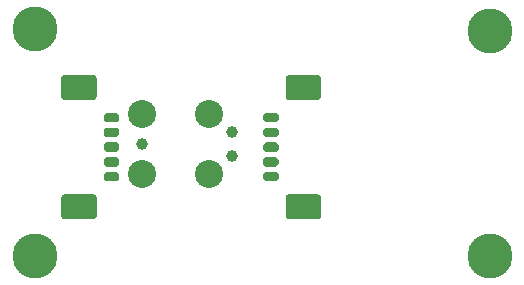
<source format=gbr>
%TF.GenerationSoftware,KiCad,Pcbnew,(5.1.12)-1*%
%TF.CreationDate,2023-04-03T19:11:50-05:00*%
%TF.ProjectId,Tag Connector,54616720-436f-46e6-9e65-63746f722e6b,rev?*%
%TF.SameCoordinates,Original*%
%TF.FileFunction,Soldermask,Bot*%
%TF.FilePolarity,Negative*%
%FSLAX46Y46*%
G04 Gerber Fmt 4.6, Leading zero omitted, Abs format (unit mm)*
G04 Created by KiCad (PCBNEW (5.1.12)-1) date 2023-04-03 19:11:50*
%MOMM*%
%LPD*%
G01*
G04 APERTURE LIST*
%ADD10C,2.374900*%
%ADD11C,0.990600*%
%ADD12C,2.600000*%
%ADD13C,3.800000*%
G04 APERTURE END LIST*
%TO.C,J2*%
G36*
G01*
X158238000Y-102806000D02*
X160738000Y-102806000D01*
G75*
G02*
X160988000Y-103056000I0J-250000D01*
G01*
X160988000Y-104656000D01*
G75*
G02*
X160738000Y-104906000I-250000J0D01*
G01*
X158238000Y-104906000D01*
G75*
G02*
X157988000Y-104656000I0J250000D01*
G01*
X157988000Y-103056000D01*
G75*
G02*
X158238000Y-102806000I250000J0D01*
G01*
G37*
G36*
G01*
X158238000Y-92706000D02*
X160738000Y-92706000D01*
G75*
G02*
X160988000Y-92956000I0J-250000D01*
G01*
X160988000Y-94556000D01*
G75*
G02*
X160738000Y-94806000I-250000J0D01*
G01*
X158238000Y-94806000D01*
G75*
G02*
X157988000Y-94556000I0J250000D01*
G01*
X157988000Y-92956000D01*
G75*
G02*
X158238000Y-92706000I250000J0D01*
G01*
G37*
G36*
G01*
X156288000Y-100906000D02*
X157188000Y-100906000D01*
G75*
G02*
X157388000Y-101106000I0J-200000D01*
G01*
X157388000Y-101506000D01*
G75*
G02*
X157188000Y-101706000I-200000J0D01*
G01*
X156288000Y-101706000D01*
G75*
G02*
X156088000Y-101506000I0J200000D01*
G01*
X156088000Y-101106000D01*
G75*
G02*
X156288000Y-100906000I200000J0D01*
G01*
G37*
G36*
G01*
X156288000Y-99656000D02*
X157188000Y-99656000D01*
G75*
G02*
X157388000Y-99856000I0J-200000D01*
G01*
X157388000Y-100256000D01*
G75*
G02*
X157188000Y-100456000I-200000J0D01*
G01*
X156288000Y-100456000D01*
G75*
G02*
X156088000Y-100256000I0J200000D01*
G01*
X156088000Y-99856000D01*
G75*
G02*
X156288000Y-99656000I200000J0D01*
G01*
G37*
G36*
G01*
X156288000Y-98406000D02*
X157188000Y-98406000D01*
G75*
G02*
X157388000Y-98606000I0J-200000D01*
G01*
X157388000Y-99006000D01*
G75*
G02*
X157188000Y-99206000I-200000J0D01*
G01*
X156288000Y-99206000D01*
G75*
G02*
X156088000Y-99006000I0J200000D01*
G01*
X156088000Y-98606000D01*
G75*
G02*
X156288000Y-98406000I200000J0D01*
G01*
G37*
G36*
G01*
X156288000Y-97156000D02*
X157188000Y-97156000D01*
G75*
G02*
X157388000Y-97356000I0J-200000D01*
G01*
X157388000Y-97756000D01*
G75*
G02*
X157188000Y-97956000I-200000J0D01*
G01*
X156288000Y-97956000D01*
G75*
G02*
X156088000Y-97756000I0J200000D01*
G01*
X156088000Y-97356000D01*
G75*
G02*
X156288000Y-97156000I200000J0D01*
G01*
G37*
G36*
G01*
X156288000Y-95906000D02*
X157188000Y-95906000D01*
G75*
G02*
X157388000Y-96106000I0J-200000D01*
G01*
X157388000Y-96506000D01*
G75*
G02*
X157188000Y-96706000I-200000J0D01*
G01*
X156288000Y-96706000D01*
G75*
G02*
X156088000Y-96506000I0J200000D01*
G01*
X156088000Y-96106000D01*
G75*
G02*
X156288000Y-95906000I200000J0D01*
G01*
G37*
%TD*%
D10*
%TO.C,JTAG1*%
X151511000Y-96012000D03*
X151511000Y-101092000D03*
X145796000Y-101092000D03*
X145796000Y-96012000D03*
D11*
X145796000Y-98552000D03*
X153416000Y-99568000D03*
X153416000Y-97536000D03*
%TD*%
D12*
%TO.C,REF\u002A\u002A*%
X175262000Y-107998000D03*
D13*
X175262000Y-107998000D03*
%TD*%
%TO.C,REF\u002A\u002A*%
X136762000Y-107998000D03*
D12*
X136762000Y-107998000D03*
%TD*%
%TO.C,REF\u002A\u002A*%
X136762000Y-88798000D03*
D13*
X136762000Y-88798000D03*
%TD*%
%TO.C,REF\u002A\u002A*%
X175262000Y-88978000D03*
D12*
X175262000Y-88978000D03*
%TD*%
%TO.C,J1*%
G36*
G01*
X143686000Y-101706000D02*
X142786000Y-101706000D01*
G75*
G02*
X142586000Y-101506000I0J200000D01*
G01*
X142586000Y-101106000D01*
G75*
G02*
X142786000Y-100906000I200000J0D01*
G01*
X143686000Y-100906000D01*
G75*
G02*
X143886000Y-101106000I0J-200000D01*
G01*
X143886000Y-101506000D01*
G75*
G02*
X143686000Y-101706000I-200000J0D01*
G01*
G37*
G36*
G01*
X143686000Y-100456000D02*
X142786000Y-100456000D01*
G75*
G02*
X142586000Y-100256000I0J200000D01*
G01*
X142586000Y-99856000D01*
G75*
G02*
X142786000Y-99656000I200000J0D01*
G01*
X143686000Y-99656000D01*
G75*
G02*
X143886000Y-99856000I0J-200000D01*
G01*
X143886000Y-100256000D01*
G75*
G02*
X143686000Y-100456000I-200000J0D01*
G01*
G37*
G36*
G01*
X143686000Y-99206000D02*
X142786000Y-99206000D01*
G75*
G02*
X142586000Y-99006000I0J200000D01*
G01*
X142586000Y-98606000D01*
G75*
G02*
X142786000Y-98406000I200000J0D01*
G01*
X143686000Y-98406000D01*
G75*
G02*
X143886000Y-98606000I0J-200000D01*
G01*
X143886000Y-99006000D01*
G75*
G02*
X143686000Y-99206000I-200000J0D01*
G01*
G37*
G36*
G01*
X143686000Y-97956000D02*
X142786000Y-97956000D01*
G75*
G02*
X142586000Y-97756000I0J200000D01*
G01*
X142586000Y-97356000D01*
G75*
G02*
X142786000Y-97156000I200000J0D01*
G01*
X143686000Y-97156000D01*
G75*
G02*
X143886000Y-97356000I0J-200000D01*
G01*
X143886000Y-97756000D01*
G75*
G02*
X143686000Y-97956000I-200000J0D01*
G01*
G37*
G36*
G01*
X143686000Y-96706000D02*
X142786000Y-96706000D01*
G75*
G02*
X142586000Y-96506000I0J200000D01*
G01*
X142586000Y-96106000D01*
G75*
G02*
X142786000Y-95906000I200000J0D01*
G01*
X143686000Y-95906000D01*
G75*
G02*
X143886000Y-96106000I0J-200000D01*
G01*
X143886000Y-96506000D01*
G75*
G02*
X143686000Y-96706000I-200000J0D01*
G01*
G37*
G36*
G01*
X141736000Y-104906000D02*
X139236000Y-104906000D01*
G75*
G02*
X138986000Y-104656000I0J250000D01*
G01*
X138986000Y-103056000D01*
G75*
G02*
X139236000Y-102806000I250000J0D01*
G01*
X141736000Y-102806000D01*
G75*
G02*
X141986000Y-103056000I0J-250000D01*
G01*
X141986000Y-104656000D01*
G75*
G02*
X141736000Y-104906000I-250000J0D01*
G01*
G37*
G36*
G01*
X141736000Y-94806000D02*
X139236000Y-94806000D01*
G75*
G02*
X138986000Y-94556000I0J250000D01*
G01*
X138986000Y-92956000D01*
G75*
G02*
X139236000Y-92706000I250000J0D01*
G01*
X141736000Y-92706000D01*
G75*
G02*
X141986000Y-92956000I0J-250000D01*
G01*
X141986000Y-94556000D01*
G75*
G02*
X141736000Y-94806000I-250000J0D01*
G01*
G37*
%TD*%
M02*

</source>
